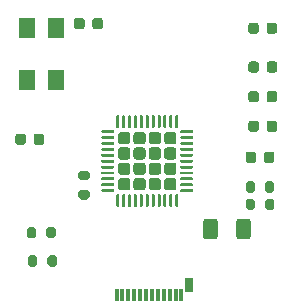
<source format=gbr>
%TF.GenerationSoftware,KiCad,Pcbnew,5.99.0+really5.1.10+dfsg1-1+b1*%
%TF.CreationDate,2021-10-07T11:27:31-07:00*%
%TF.ProjectId,roPlug,726f506c-7567-42e6-9b69-6361645f7063,rev?*%
%TF.SameCoordinates,Original*%
%TF.FileFunction,Paste,Top*%
%TF.FilePolarity,Positive*%
%FSLAX46Y46*%
G04 Gerber Fmt 4.6, Leading zero omitted, Abs format (unit mm)*
G04 Created by KiCad (PCBNEW 5.99.0+really5.1.10+dfsg1-1+b1) date 2021-10-07 11:27:31*
%MOMM*%
%LPD*%
G01*
G04 APERTURE LIST*
%ADD10R,0.700000X1.150000*%
%ADD11R,0.380000X1.000000*%
%ADD12R,1.400000X1.800000*%
G04 APERTURE END LIST*
D10*
%TO.C,P1*%
X115920000Y-74120000D03*
D11*
X109750000Y-74960000D03*
X110250000Y-74960000D03*
X110750000Y-74960000D03*
X111250000Y-74960000D03*
X111750000Y-74960000D03*
X112250000Y-74960000D03*
X112750000Y-74960000D03*
X113250000Y-74960000D03*
X113750000Y-74960000D03*
X114250000Y-74960000D03*
X114750000Y-74960000D03*
X115250000Y-74960000D03*
%TD*%
%TO.C,U1*%
G36*
G01*
X110925000Y-61424999D02*
X110925000Y-61975001D01*
G75*
G02*
X110675001Y-62225000I-249999J0D01*
G01*
X110124999Y-62225000D01*
G75*
G02*
X109875000Y-61975001I0J249999D01*
G01*
X109875000Y-61424999D01*
G75*
G02*
X110124999Y-61175000I249999J0D01*
G01*
X110675001Y-61175000D01*
G75*
G02*
X110925000Y-61424999I0J-249999D01*
G01*
G37*
G36*
G01*
X110925000Y-62724999D02*
X110925000Y-63275001D01*
G75*
G02*
X110675001Y-63525000I-249999J0D01*
G01*
X110124999Y-63525000D01*
G75*
G02*
X109875000Y-63275001I0J249999D01*
G01*
X109875000Y-62724999D01*
G75*
G02*
X110124999Y-62475000I249999J0D01*
G01*
X110675001Y-62475000D01*
G75*
G02*
X110925000Y-62724999I0J-249999D01*
G01*
G37*
G36*
G01*
X110925000Y-64024999D02*
X110925000Y-64575001D01*
G75*
G02*
X110675001Y-64825000I-249999J0D01*
G01*
X110124999Y-64825000D01*
G75*
G02*
X109875000Y-64575001I0J249999D01*
G01*
X109875000Y-64024999D01*
G75*
G02*
X110124999Y-63775000I249999J0D01*
G01*
X110675001Y-63775000D01*
G75*
G02*
X110925000Y-64024999I0J-249999D01*
G01*
G37*
G36*
G01*
X110925000Y-65324999D02*
X110925000Y-65875001D01*
G75*
G02*
X110675001Y-66125000I-249999J0D01*
G01*
X110124999Y-66125000D01*
G75*
G02*
X109875000Y-65875001I0J249999D01*
G01*
X109875000Y-65324999D01*
G75*
G02*
X110124999Y-65075000I249999J0D01*
G01*
X110675001Y-65075000D01*
G75*
G02*
X110925000Y-65324999I0J-249999D01*
G01*
G37*
G36*
G01*
X112225000Y-61424999D02*
X112225000Y-61975001D01*
G75*
G02*
X111975001Y-62225000I-249999J0D01*
G01*
X111424999Y-62225000D01*
G75*
G02*
X111175000Y-61975001I0J249999D01*
G01*
X111175000Y-61424999D01*
G75*
G02*
X111424999Y-61175000I249999J0D01*
G01*
X111975001Y-61175000D01*
G75*
G02*
X112225000Y-61424999I0J-249999D01*
G01*
G37*
G36*
G01*
X112225000Y-62724999D02*
X112225000Y-63275001D01*
G75*
G02*
X111975001Y-63525000I-249999J0D01*
G01*
X111424999Y-63525000D01*
G75*
G02*
X111175000Y-63275001I0J249999D01*
G01*
X111175000Y-62724999D01*
G75*
G02*
X111424999Y-62475000I249999J0D01*
G01*
X111975001Y-62475000D01*
G75*
G02*
X112225000Y-62724999I0J-249999D01*
G01*
G37*
G36*
G01*
X112225000Y-64024999D02*
X112225000Y-64575001D01*
G75*
G02*
X111975001Y-64825000I-249999J0D01*
G01*
X111424999Y-64825000D01*
G75*
G02*
X111175000Y-64575001I0J249999D01*
G01*
X111175000Y-64024999D01*
G75*
G02*
X111424999Y-63775000I249999J0D01*
G01*
X111975001Y-63775000D01*
G75*
G02*
X112225000Y-64024999I0J-249999D01*
G01*
G37*
G36*
G01*
X112225000Y-65324999D02*
X112225000Y-65875001D01*
G75*
G02*
X111975001Y-66125000I-249999J0D01*
G01*
X111424999Y-66125000D01*
G75*
G02*
X111175000Y-65875001I0J249999D01*
G01*
X111175000Y-65324999D01*
G75*
G02*
X111424999Y-65075000I249999J0D01*
G01*
X111975001Y-65075000D01*
G75*
G02*
X112225000Y-65324999I0J-249999D01*
G01*
G37*
G36*
G01*
X113525000Y-61424999D02*
X113525000Y-61975001D01*
G75*
G02*
X113275001Y-62225000I-249999J0D01*
G01*
X112724999Y-62225000D01*
G75*
G02*
X112475000Y-61975001I0J249999D01*
G01*
X112475000Y-61424999D01*
G75*
G02*
X112724999Y-61175000I249999J0D01*
G01*
X113275001Y-61175000D01*
G75*
G02*
X113525000Y-61424999I0J-249999D01*
G01*
G37*
G36*
G01*
X113525000Y-62724999D02*
X113525000Y-63275001D01*
G75*
G02*
X113275001Y-63525000I-249999J0D01*
G01*
X112724999Y-63525000D01*
G75*
G02*
X112475000Y-63275001I0J249999D01*
G01*
X112475000Y-62724999D01*
G75*
G02*
X112724999Y-62475000I249999J0D01*
G01*
X113275001Y-62475000D01*
G75*
G02*
X113525000Y-62724999I0J-249999D01*
G01*
G37*
G36*
G01*
X113525000Y-64024999D02*
X113525000Y-64575001D01*
G75*
G02*
X113275001Y-64825000I-249999J0D01*
G01*
X112724999Y-64825000D01*
G75*
G02*
X112475000Y-64575001I0J249999D01*
G01*
X112475000Y-64024999D01*
G75*
G02*
X112724999Y-63775000I249999J0D01*
G01*
X113275001Y-63775000D01*
G75*
G02*
X113525000Y-64024999I0J-249999D01*
G01*
G37*
G36*
G01*
X113525000Y-65324999D02*
X113525000Y-65875001D01*
G75*
G02*
X113275001Y-66125000I-249999J0D01*
G01*
X112724999Y-66125000D01*
G75*
G02*
X112475000Y-65875001I0J249999D01*
G01*
X112475000Y-65324999D01*
G75*
G02*
X112724999Y-65075000I249999J0D01*
G01*
X113275001Y-65075000D01*
G75*
G02*
X113525000Y-65324999I0J-249999D01*
G01*
G37*
G36*
G01*
X114825000Y-61424999D02*
X114825000Y-61975001D01*
G75*
G02*
X114575001Y-62225000I-249999J0D01*
G01*
X114024999Y-62225000D01*
G75*
G02*
X113775000Y-61975001I0J249999D01*
G01*
X113775000Y-61424999D01*
G75*
G02*
X114024999Y-61175000I249999J0D01*
G01*
X114575001Y-61175000D01*
G75*
G02*
X114825000Y-61424999I0J-249999D01*
G01*
G37*
G36*
G01*
X114825000Y-62724999D02*
X114825000Y-63275001D01*
G75*
G02*
X114575001Y-63525000I-249999J0D01*
G01*
X114024999Y-63525000D01*
G75*
G02*
X113775000Y-63275001I0J249999D01*
G01*
X113775000Y-62724999D01*
G75*
G02*
X114024999Y-62475000I249999J0D01*
G01*
X114575001Y-62475000D01*
G75*
G02*
X114825000Y-62724999I0J-249999D01*
G01*
G37*
G36*
G01*
X114825000Y-64024999D02*
X114825000Y-64575001D01*
G75*
G02*
X114575001Y-64825000I-249999J0D01*
G01*
X114024999Y-64825000D01*
G75*
G02*
X113775000Y-64575001I0J249999D01*
G01*
X113775000Y-64024999D01*
G75*
G02*
X114024999Y-63775000I249999J0D01*
G01*
X114575001Y-63775000D01*
G75*
G02*
X114825000Y-64024999I0J-249999D01*
G01*
G37*
G36*
G01*
X114825000Y-65324999D02*
X114825000Y-65875001D01*
G75*
G02*
X114575001Y-66125000I-249999J0D01*
G01*
X114024999Y-66125000D01*
G75*
G02*
X113775000Y-65875001I0J249999D01*
G01*
X113775000Y-65324999D01*
G75*
G02*
X114024999Y-65075000I249999J0D01*
G01*
X114575001Y-65075000D01*
G75*
G02*
X114825000Y-65324999I0J-249999D01*
G01*
G37*
G36*
G01*
X114975000Y-66512500D02*
X114975000Y-67462500D01*
G75*
G02*
X114912500Y-67525000I-62500J0D01*
G01*
X114787500Y-67525000D01*
G75*
G02*
X114725000Y-67462500I0J62500D01*
G01*
X114725000Y-66512500D01*
G75*
G02*
X114787500Y-66450000I62500J0D01*
G01*
X114912500Y-66450000D01*
G75*
G02*
X114975000Y-66512500I0J-62500D01*
G01*
G37*
G36*
G01*
X114475000Y-66512500D02*
X114475000Y-67462500D01*
G75*
G02*
X114412500Y-67525000I-62500J0D01*
G01*
X114287500Y-67525000D01*
G75*
G02*
X114225000Y-67462500I0J62500D01*
G01*
X114225000Y-66512500D01*
G75*
G02*
X114287500Y-66450000I62500J0D01*
G01*
X114412500Y-66450000D01*
G75*
G02*
X114475000Y-66512500I0J-62500D01*
G01*
G37*
G36*
G01*
X113975000Y-66512500D02*
X113975000Y-67462500D01*
G75*
G02*
X113912500Y-67525000I-62500J0D01*
G01*
X113787500Y-67525000D01*
G75*
G02*
X113725000Y-67462500I0J62500D01*
G01*
X113725000Y-66512500D01*
G75*
G02*
X113787500Y-66450000I62500J0D01*
G01*
X113912500Y-66450000D01*
G75*
G02*
X113975000Y-66512500I0J-62500D01*
G01*
G37*
G36*
G01*
X113475000Y-66512500D02*
X113475000Y-67462500D01*
G75*
G02*
X113412500Y-67525000I-62500J0D01*
G01*
X113287500Y-67525000D01*
G75*
G02*
X113225000Y-67462500I0J62500D01*
G01*
X113225000Y-66512500D01*
G75*
G02*
X113287500Y-66450000I62500J0D01*
G01*
X113412500Y-66450000D01*
G75*
G02*
X113475000Y-66512500I0J-62500D01*
G01*
G37*
G36*
G01*
X112975000Y-66512500D02*
X112975000Y-67462500D01*
G75*
G02*
X112912500Y-67525000I-62500J0D01*
G01*
X112787500Y-67525000D01*
G75*
G02*
X112725000Y-67462500I0J62500D01*
G01*
X112725000Y-66512500D01*
G75*
G02*
X112787500Y-66450000I62500J0D01*
G01*
X112912500Y-66450000D01*
G75*
G02*
X112975000Y-66512500I0J-62500D01*
G01*
G37*
G36*
G01*
X112475000Y-66512500D02*
X112475000Y-67462500D01*
G75*
G02*
X112412500Y-67525000I-62500J0D01*
G01*
X112287500Y-67525000D01*
G75*
G02*
X112225000Y-67462500I0J62500D01*
G01*
X112225000Y-66512500D01*
G75*
G02*
X112287500Y-66450000I62500J0D01*
G01*
X112412500Y-66450000D01*
G75*
G02*
X112475000Y-66512500I0J-62500D01*
G01*
G37*
G36*
G01*
X111975000Y-66512500D02*
X111975000Y-67462500D01*
G75*
G02*
X111912500Y-67525000I-62500J0D01*
G01*
X111787500Y-67525000D01*
G75*
G02*
X111725000Y-67462500I0J62500D01*
G01*
X111725000Y-66512500D01*
G75*
G02*
X111787500Y-66450000I62500J0D01*
G01*
X111912500Y-66450000D01*
G75*
G02*
X111975000Y-66512500I0J-62500D01*
G01*
G37*
G36*
G01*
X111475000Y-66512500D02*
X111475000Y-67462500D01*
G75*
G02*
X111412500Y-67525000I-62500J0D01*
G01*
X111287500Y-67525000D01*
G75*
G02*
X111225000Y-67462500I0J62500D01*
G01*
X111225000Y-66512500D01*
G75*
G02*
X111287500Y-66450000I62500J0D01*
G01*
X111412500Y-66450000D01*
G75*
G02*
X111475000Y-66512500I0J-62500D01*
G01*
G37*
G36*
G01*
X110975000Y-66512500D02*
X110975000Y-67462500D01*
G75*
G02*
X110912500Y-67525000I-62500J0D01*
G01*
X110787500Y-67525000D01*
G75*
G02*
X110725000Y-67462500I0J62500D01*
G01*
X110725000Y-66512500D01*
G75*
G02*
X110787500Y-66450000I62500J0D01*
G01*
X110912500Y-66450000D01*
G75*
G02*
X110975000Y-66512500I0J-62500D01*
G01*
G37*
G36*
G01*
X110475000Y-66512500D02*
X110475000Y-67462500D01*
G75*
G02*
X110412500Y-67525000I-62500J0D01*
G01*
X110287500Y-67525000D01*
G75*
G02*
X110225000Y-67462500I0J62500D01*
G01*
X110225000Y-66512500D01*
G75*
G02*
X110287500Y-66450000I62500J0D01*
G01*
X110412500Y-66450000D01*
G75*
G02*
X110475000Y-66512500I0J-62500D01*
G01*
G37*
G36*
G01*
X109975000Y-66512500D02*
X109975000Y-67462500D01*
G75*
G02*
X109912500Y-67525000I-62500J0D01*
G01*
X109787500Y-67525000D01*
G75*
G02*
X109725000Y-67462500I0J62500D01*
G01*
X109725000Y-66512500D01*
G75*
G02*
X109787500Y-66450000I62500J0D01*
G01*
X109912500Y-66450000D01*
G75*
G02*
X109975000Y-66512500I0J-62500D01*
G01*
G37*
G36*
G01*
X109550000Y-66087500D02*
X109550000Y-66212500D01*
G75*
G02*
X109487500Y-66275000I-62500J0D01*
G01*
X108537500Y-66275000D01*
G75*
G02*
X108475000Y-66212500I0J62500D01*
G01*
X108475000Y-66087500D01*
G75*
G02*
X108537500Y-66025000I62500J0D01*
G01*
X109487500Y-66025000D01*
G75*
G02*
X109550000Y-66087500I0J-62500D01*
G01*
G37*
G36*
G01*
X109550000Y-65587500D02*
X109550000Y-65712500D01*
G75*
G02*
X109487500Y-65775000I-62500J0D01*
G01*
X108537500Y-65775000D01*
G75*
G02*
X108475000Y-65712500I0J62500D01*
G01*
X108475000Y-65587500D01*
G75*
G02*
X108537500Y-65525000I62500J0D01*
G01*
X109487500Y-65525000D01*
G75*
G02*
X109550000Y-65587500I0J-62500D01*
G01*
G37*
G36*
G01*
X109550000Y-65087500D02*
X109550000Y-65212500D01*
G75*
G02*
X109487500Y-65275000I-62500J0D01*
G01*
X108537500Y-65275000D01*
G75*
G02*
X108475000Y-65212500I0J62500D01*
G01*
X108475000Y-65087500D01*
G75*
G02*
X108537500Y-65025000I62500J0D01*
G01*
X109487500Y-65025000D01*
G75*
G02*
X109550000Y-65087500I0J-62500D01*
G01*
G37*
G36*
G01*
X109550000Y-64587500D02*
X109550000Y-64712500D01*
G75*
G02*
X109487500Y-64775000I-62500J0D01*
G01*
X108537500Y-64775000D01*
G75*
G02*
X108475000Y-64712500I0J62500D01*
G01*
X108475000Y-64587500D01*
G75*
G02*
X108537500Y-64525000I62500J0D01*
G01*
X109487500Y-64525000D01*
G75*
G02*
X109550000Y-64587500I0J-62500D01*
G01*
G37*
G36*
G01*
X109550000Y-64087500D02*
X109550000Y-64212500D01*
G75*
G02*
X109487500Y-64275000I-62500J0D01*
G01*
X108537500Y-64275000D01*
G75*
G02*
X108475000Y-64212500I0J62500D01*
G01*
X108475000Y-64087500D01*
G75*
G02*
X108537500Y-64025000I62500J0D01*
G01*
X109487500Y-64025000D01*
G75*
G02*
X109550000Y-64087500I0J-62500D01*
G01*
G37*
G36*
G01*
X109550000Y-63587500D02*
X109550000Y-63712500D01*
G75*
G02*
X109487500Y-63775000I-62500J0D01*
G01*
X108537500Y-63775000D01*
G75*
G02*
X108475000Y-63712500I0J62500D01*
G01*
X108475000Y-63587500D01*
G75*
G02*
X108537500Y-63525000I62500J0D01*
G01*
X109487500Y-63525000D01*
G75*
G02*
X109550000Y-63587500I0J-62500D01*
G01*
G37*
G36*
G01*
X109550000Y-63087500D02*
X109550000Y-63212500D01*
G75*
G02*
X109487500Y-63275000I-62500J0D01*
G01*
X108537500Y-63275000D01*
G75*
G02*
X108475000Y-63212500I0J62500D01*
G01*
X108475000Y-63087500D01*
G75*
G02*
X108537500Y-63025000I62500J0D01*
G01*
X109487500Y-63025000D01*
G75*
G02*
X109550000Y-63087500I0J-62500D01*
G01*
G37*
G36*
G01*
X109550000Y-62587500D02*
X109550000Y-62712500D01*
G75*
G02*
X109487500Y-62775000I-62500J0D01*
G01*
X108537500Y-62775000D01*
G75*
G02*
X108475000Y-62712500I0J62500D01*
G01*
X108475000Y-62587500D01*
G75*
G02*
X108537500Y-62525000I62500J0D01*
G01*
X109487500Y-62525000D01*
G75*
G02*
X109550000Y-62587500I0J-62500D01*
G01*
G37*
G36*
G01*
X109550000Y-62087500D02*
X109550000Y-62212500D01*
G75*
G02*
X109487500Y-62275000I-62500J0D01*
G01*
X108537500Y-62275000D01*
G75*
G02*
X108475000Y-62212500I0J62500D01*
G01*
X108475000Y-62087500D01*
G75*
G02*
X108537500Y-62025000I62500J0D01*
G01*
X109487500Y-62025000D01*
G75*
G02*
X109550000Y-62087500I0J-62500D01*
G01*
G37*
G36*
G01*
X109550000Y-61587500D02*
X109550000Y-61712500D01*
G75*
G02*
X109487500Y-61775000I-62500J0D01*
G01*
X108537500Y-61775000D01*
G75*
G02*
X108475000Y-61712500I0J62500D01*
G01*
X108475000Y-61587500D01*
G75*
G02*
X108537500Y-61525000I62500J0D01*
G01*
X109487500Y-61525000D01*
G75*
G02*
X109550000Y-61587500I0J-62500D01*
G01*
G37*
G36*
G01*
X109550000Y-61087500D02*
X109550000Y-61212500D01*
G75*
G02*
X109487500Y-61275000I-62500J0D01*
G01*
X108537500Y-61275000D01*
G75*
G02*
X108475000Y-61212500I0J62500D01*
G01*
X108475000Y-61087500D01*
G75*
G02*
X108537500Y-61025000I62500J0D01*
G01*
X109487500Y-61025000D01*
G75*
G02*
X109550000Y-61087500I0J-62500D01*
G01*
G37*
G36*
G01*
X109975000Y-59837500D02*
X109975000Y-60787500D01*
G75*
G02*
X109912500Y-60850000I-62500J0D01*
G01*
X109787500Y-60850000D01*
G75*
G02*
X109725000Y-60787500I0J62500D01*
G01*
X109725000Y-59837500D01*
G75*
G02*
X109787500Y-59775000I62500J0D01*
G01*
X109912500Y-59775000D01*
G75*
G02*
X109975000Y-59837500I0J-62500D01*
G01*
G37*
G36*
G01*
X110475000Y-59837500D02*
X110475000Y-60787500D01*
G75*
G02*
X110412500Y-60850000I-62500J0D01*
G01*
X110287500Y-60850000D01*
G75*
G02*
X110225000Y-60787500I0J62500D01*
G01*
X110225000Y-59837500D01*
G75*
G02*
X110287500Y-59775000I62500J0D01*
G01*
X110412500Y-59775000D01*
G75*
G02*
X110475000Y-59837500I0J-62500D01*
G01*
G37*
G36*
G01*
X110975000Y-59837500D02*
X110975000Y-60787500D01*
G75*
G02*
X110912500Y-60850000I-62500J0D01*
G01*
X110787500Y-60850000D01*
G75*
G02*
X110725000Y-60787500I0J62500D01*
G01*
X110725000Y-59837500D01*
G75*
G02*
X110787500Y-59775000I62500J0D01*
G01*
X110912500Y-59775000D01*
G75*
G02*
X110975000Y-59837500I0J-62500D01*
G01*
G37*
G36*
G01*
X111475000Y-59837500D02*
X111475000Y-60787500D01*
G75*
G02*
X111412500Y-60850000I-62500J0D01*
G01*
X111287500Y-60850000D01*
G75*
G02*
X111225000Y-60787500I0J62500D01*
G01*
X111225000Y-59837500D01*
G75*
G02*
X111287500Y-59775000I62500J0D01*
G01*
X111412500Y-59775000D01*
G75*
G02*
X111475000Y-59837500I0J-62500D01*
G01*
G37*
G36*
G01*
X111975000Y-59837500D02*
X111975000Y-60787500D01*
G75*
G02*
X111912500Y-60850000I-62500J0D01*
G01*
X111787500Y-60850000D01*
G75*
G02*
X111725000Y-60787500I0J62500D01*
G01*
X111725000Y-59837500D01*
G75*
G02*
X111787500Y-59775000I62500J0D01*
G01*
X111912500Y-59775000D01*
G75*
G02*
X111975000Y-59837500I0J-62500D01*
G01*
G37*
G36*
G01*
X112475000Y-59837500D02*
X112475000Y-60787500D01*
G75*
G02*
X112412500Y-60850000I-62500J0D01*
G01*
X112287500Y-60850000D01*
G75*
G02*
X112225000Y-60787500I0J62500D01*
G01*
X112225000Y-59837500D01*
G75*
G02*
X112287500Y-59775000I62500J0D01*
G01*
X112412500Y-59775000D01*
G75*
G02*
X112475000Y-59837500I0J-62500D01*
G01*
G37*
G36*
G01*
X112975000Y-59837500D02*
X112975000Y-60787500D01*
G75*
G02*
X112912500Y-60850000I-62500J0D01*
G01*
X112787500Y-60850000D01*
G75*
G02*
X112725000Y-60787500I0J62500D01*
G01*
X112725000Y-59837500D01*
G75*
G02*
X112787500Y-59775000I62500J0D01*
G01*
X112912500Y-59775000D01*
G75*
G02*
X112975000Y-59837500I0J-62500D01*
G01*
G37*
G36*
G01*
X113475000Y-59837500D02*
X113475000Y-60787500D01*
G75*
G02*
X113412500Y-60850000I-62500J0D01*
G01*
X113287500Y-60850000D01*
G75*
G02*
X113225000Y-60787500I0J62500D01*
G01*
X113225000Y-59837500D01*
G75*
G02*
X113287500Y-59775000I62500J0D01*
G01*
X113412500Y-59775000D01*
G75*
G02*
X113475000Y-59837500I0J-62500D01*
G01*
G37*
G36*
G01*
X113975000Y-59837500D02*
X113975000Y-60787500D01*
G75*
G02*
X113912500Y-60850000I-62500J0D01*
G01*
X113787500Y-60850000D01*
G75*
G02*
X113725000Y-60787500I0J62500D01*
G01*
X113725000Y-59837500D01*
G75*
G02*
X113787500Y-59775000I62500J0D01*
G01*
X113912500Y-59775000D01*
G75*
G02*
X113975000Y-59837500I0J-62500D01*
G01*
G37*
G36*
G01*
X114475000Y-59837500D02*
X114475000Y-60787500D01*
G75*
G02*
X114412500Y-60850000I-62500J0D01*
G01*
X114287500Y-60850000D01*
G75*
G02*
X114225000Y-60787500I0J62500D01*
G01*
X114225000Y-59837500D01*
G75*
G02*
X114287500Y-59775000I62500J0D01*
G01*
X114412500Y-59775000D01*
G75*
G02*
X114475000Y-59837500I0J-62500D01*
G01*
G37*
G36*
G01*
X114975000Y-59837500D02*
X114975000Y-60787500D01*
G75*
G02*
X114912500Y-60850000I-62500J0D01*
G01*
X114787500Y-60850000D01*
G75*
G02*
X114725000Y-60787500I0J62500D01*
G01*
X114725000Y-59837500D01*
G75*
G02*
X114787500Y-59775000I62500J0D01*
G01*
X114912500Y-59775000D01*
G75*
G02*
X114975000Y-59837500I0J-62500D01*
G01*
G37*
G36*
G01*
X116225000Y-61087500D02*
X116225000Y-61212500D01*
G75*
G02*
X116162500Y-61275000I-62500J0D01*
G01*
X115212500Y-61275000D01*
G75*
G02*
X115150000Y-61212500I0J62500D01*
G01*
X115150000Y-61087500D01*
G75*
G02*
X115212500Y-61025000I62500J0D01*
G01*
X116162500Y-61025000D01*
G75*
G02*
X116225000Y-61087500I0J-62500D01*
G01*
G37*
G36*
G01*
X116225000Y-61587500D02*
X116225000Y-61712500D01*
G75*
G02*
X116162500Y-61775000I-62500J0D01*
G01*
X115212500Y-61775000D01*
G75*
G02*
X115150000Y-61712500I0J62500D01*
G01*
X115150000Y-61587500D01*
G75*
G02*
X115212500Y-61525000I62500J0D01*
G01*
X116162500Y-61525000D01*
G75*
G02*
X116225000Y-61587500I0J-62500D01*
G01*
G37*
G36*
G01*
X116225000Y-62087500D02*
X116225000Y-62212500D01*
G75*
G02*
X116162500Y-62275000I-62500J0D01*
G01*
X115212500Y-62275000D01*
G75*
G02*
X115150000Y-62212500I0J62500D01*
G01*
X115150000Y-62087500D01*
G75*
G02*
X115212500Y-62025000I62500J0D01*
G01*
X116162500Y-62025000D01*
G75*
G02*
X116225000Y-62087500I0J-62500D01*
G01*
G37*
G36*
G01*
X116225000Y-62587500D02*
X116225000Y-62712500D01*
G75*
G02*
X116162500Y-62775000I-62500J0D01*
G01*
X115212500Y-62775000D01*
G75*
G02*
X115150000Y-62712500I0J62500D01*
G01*
X115150000Y-62587500D01*
G75*
G02*
X115212500Y-62525000I62500J0D01*
G01*
X116162500Y-62525000D01*
G75*
G02*
X116225000Y-62587500I0J-62500D01*
G01*
G37*
G36*
G01*
X116225000Y-63087500D02*
X116225000Y-63212500D01*
G75*
G02*
X116162500Y-63275000I-62500J0D01*
G01*
X115212500Y-63275000D01*
G75*
G02*
X115150000Y-63212500I0J62500D01*
G01*
X115150000Y-63087500D01*
G75*
G02*
X115212500Y-63025000I62500J0D01*
G01*
X116162500Y-63025000D01*
G75*
G02*
X116225000Y-63087500I0J-62500D01*
G01*
G37*
G36*
G01*
X116225000Y-63587500D02*
X116225000Y-63712500D01*
G75*
G02*
X116162500Y-63775000I-62500J0D01*
G01*
X115212500Y-63775000D01*
G75*
G02*
X115150000Y-63712500I0J62500D01*
G01*
X115150000Y-63587500D01*
G75*
G02*
X115212500Y-63525000I62500J0D01*
G01*
X116162500Y-63525000D01*
G75*
G02*
X116225000Y-63587500I0J-62500D01*
G01*
G37*
G36*
G01*
X116225000Y-64087500D02*
X116225000Y-64212500D01*
G75*
G02*
X116162500Y-64275000I-62500J0D01*
G01*
X115212500Y-64275000D01*
G75*
G02*
X115150000Y-64212500I0J62500D01*
G01*
X115150000Y-64087500D01*
G75*
G02*
X115212500Y-64025000I62500J0D01*
G01*
X116162500Y-64025000D01*
G75*
G02*
X116225000Y-64087500I0J-62500D01*
G01*
G37*
G36*
G01*
X116225000Y-64587500D02*
X116225000Y-64712500D01*
G75*
G02*
X116162500Y-64775000I-62500J0D01*
G01*
X115212500Y-64775000D01*
G75*
G02*
X115150000Y-64712500I0J62500D01*
G01*
X115150000Y-64587500D01*
G75*
G02*
X115212500Y-64525000I62500J0D01*
G01*
X116162500Y-64525000D01*
G75*
G02*
X116225000Y-64587500I0J-62500D01*
G01*
G37*
G36*
G01*
X116225000Y-65087500D02*
X116225000Y-65212500D01*
G75*
G02*
X116162500Y-65275000I-62500J0D01*
G01*
X115212500Y-65275000D01*
G75*
G02*
X115150000Y-65212500I0J62500D01*
G01*
X115150000Y-65087500D01*
G75*
G02*
X115212500Y-65025000I62500J0D01*
G01*
X116162500Y-65025000D01*
G75*
G02*
X116225000Y-65087500I0J-62500D01*
G01*
G37*
G36*
G01*
X116225000Y-65587500D02*
X116225000Y-65712500D01*
G75*
G02*
X116162500Y-65775000I-62500J0D01*
G01*
X115212500Y-65775000D01*
G75*
G02*
X115150000Y-65712500I0J62500D01*
G01*
X115150000Y-65587500D01*
G75*
G02*
X115212500Y-65525000I62500J0D01*
G01*
X116162500Y-65525000D01*
G75*
G02*
X116225000Y-65587500I0J-62500D01*
G01*
G37*
G36*
G01*
X116225000Y-66087500D02*
X116225000Y-66212500D01*
G75*
G02*
X116162500Y-66275000I-62500J0D01*
G01*
X115212500Y-66275000D01*
G75*
G02*
X115150000Y-66212500I0J62500D01*
G01*
X115150000Y-66087500D01*
G75*
G02*
X115212500Y-66025000I62500J0D01*
G01*
X116162500Y-66025000D01*
G75*
G02*
X116225000Y-66087500I0J-62500D01*
G01*
G37*
%TD*%
D12*
%TO.C,Y1*%
X102200000Y-56800000D03*
X102200000Y-52400000D03*
X104600000Y-52400000D03*
X104600000Y-56800000D03*
%TD*%
%TO.C,R5*%
G36*
G01*
X103800000Y-69975000D02*
X103800000Y-69425000D01*
G75*
G02*
X104000000Y-69225000I200000J0D01*
G01*
X104400000Y-69225000D01*
G75*
G02*
X104600000Y-69425000I0J-200000D01*
G01*
X104600000Y-69975000D01*
G75*
G02*
X104400000Y-70175000I-200000J0D01*
G01*
X104000000Y-70175000D01*
G75*
G02*
X103800000Y-69975000I0J200000D01*
G01*
G37*
G36*
G01*
X102150000Y-69975000D02*
X102150000Y-69425000D01*
G75*
G02*
X102350000Y-69225000I200000J0D01*
G01*
X102750000Y-69225000D01*
G75*
G02*
X102950000Y-69425000I0J-200000D01*
G01*
X102950000Y-69975000D01*
G75*
G02*
X102750000Y-70175000I-200000J0D01*
G01*
X102350000Y-70175000D01*
G75*
G02*
X102150000Y-69975000I0J200000D01*
G01*
G37*
%TD*%
%TO.C,R4*%
G36*
G01*
X103900000Y-72375000D02*
X103900000Y-71825000D01*
G75*
G02*
X104100000Y-71625000I200000J0D01*
G01*
X104500000Y-71625000D01*
G75*
G02*
X104700000Y-71825000I0J-200000D01*
G01*
X104700000Y-72375000D01*
G75*
G02*
X104500000Y-72575000I-200000J0D01*
G01*
X104100000Y-72575000D01*
G75*
G02*
X103900000Y-72375000I0J200000D01*
G01*
G37*
G36*
G01*
X102250000Y-72375000D02*
X102250000Y-71825000D01*
G75*
G02*
X102450000Y-71625000I200000J0D01*
G01*
X102850000Y-71625000D01*
G75*
G02*
X103050000Y-71825000I0J-200000D01*
G01*
X103050000Y-72375000D01*
G75*
G02*
X102850000Y-72575000I-200000J0D01*
G01*
X102450000Y-72575000D01*
G75*
G02*
X102250000Y-72375000I0J200000D01*
G01*
G37*
%TD*%
%TO.C,R3*%
G36*
G01*
X106725000Y-66100000D02*
X107275000Y-66100000D01*
G75*
G02*
X107475000Y-66300000I0J-200000D01*
G01*
X107475000Y-66700000D01*
G75*
G02*
X107275000Y-66900000I-200000J0D01*
G01*
X106725000Y-66900000D01*
G75*
G02*
X106525000Y-66700000I0J200000D01*
G01*
X106525000Y-66300000D01*
G75*
G02*
X106725000Y-66100000I200000J0D01*
G01*
G37*
G36*
G01*
X106725000Y-64450000D02*
X107275000Y-64450000D01*
G75*
G02*
X107475000Y-64650000I0J-200000D01*
G01*
X107475000Y-65050000D01*
G75*
G02*
X107275000Y-65250000I-200000J0D01*
G01*
X106725000Y-65250000D01*
G75*
G02*
X106525000Y-65050000I0J200000D01*
G01*
X106525000Y-64650000D01*
G75*
G02*
X106725000Y-64450000I200000J0D01*
G01*
G37*
%TD*%
%TO.C,R2*%
G36*
G01*
X122325000Y-67575000D02*
X122325000Y-67025000D01*
G75*
G02*
X122525000Y-66825000I200000J0D01*
G01*
X122925000Y-66825000D01*
G75*
G02*
X123125000Y-67025000I0J-200000D01*
G01*
X123125000Y-67575000D01*
G75*
G02*
X122925000Y-67775000I-200000J0D01*
G01*
X122525000Y-67775000D01*
G75*
G02*
X122325000Y-67575000I0J200000D01*
G01*
G37*
G36*
G01*
X120675000Y-67575000D02*
X120675000Y-67025000D01*
G75*
G02*
X120875000Y-66825000I200000J0D01*
G01*
X121275000Y-66825000D01*
G75*
G02*
X121475000Y-67025000I0J-200000D01*
G01*
X121475000Y-67575000D01*
G75*
G02*
X121275000Y-67775000I-200000J0D01*
G01*
X120875000Y-67775000D01*
G75*
G02*
X120675000Y-67575000I0J200000D01*
G01*
G37*
%TD*%
%TO.C,R1*%
G36*
G01*
X122325000Y-66115000D02*
X122325000Y-65565000D01*
G75*
G02*
X122525000Y-65365000I200000J0D01*
G01*
X122925000Y-65365000D01*
G75*
G02*
X123125000Y-65565000I0J-200000D01*
G01*
X123125000Y-66115000D01*
G75*
G02*
X122925000Y-66315000I-200000J0D01*
G01*
X122525000Y-66315000D01*
G75*
G02*
X122325000Y-66115000I0J200000D01*
G01*
G37*
G36*
G01*
X120675000Y-66115000D02*
X120675000Y-65565000D01*
G75*
G02*
X120875000Y-65365000I200000J0D01*
G01*
X121275000Y-65365000D01*
G75*
G02*
X121475000Y-65565000I0J-200000D01*
G01*
X121475000Y-66115000D01*
G75*
G02*
X121275000Y-66315000I-200000J0D01*
G01*
X120875000Y-66315000D01*
G75*
G02*
X120675000Y-66115000I0J200000D01*
G01*
G37*
%TD*%
%TO.C,F1*%
G36*
G01*
X119875000Y-70025000D02*
X119875000Y-68775000D01*
G75*
G02*
X120125000Y-68525000I250000J0D01*
G01*
X120875000Y-68525000D01*
G75*
G02*
X121125000Y-68775000I0J-250000D01*
G01*
X121125000Y-70025000D01*
G75*
G02*
X120875000Y-70275000I-250000J0D01*
G01*
X120125000Y-70275000D01*
G75*
G02*
X119875000Y-70025000I0J250000D01*
G01*
G37*
G36*
G01*
X117075000Y-70025000D02*
X117075000Y-68775000D01*
G75*
G02*
X117325000Y-68525000I250000J0D01*
G01*
X118075000Y-68525000D01*
G75*
G02*
X118325000Y-68775000I0J-250000D01*
G01*
X118325000Y-70025000D01*
G75*
G02*
X118075000Y-70275000I-250000J0D01*
G01*
X117325000Y-70275000D01*
G75*
G02*
X117075000Y-70025000I0J250000D01*
G01*
G37*
%TD*%
%TO.C,C7*%
G36*
G01*
X122455000Y-60950000D02*
X122455000Y-60450000D01*
G75*
G02*
X122680000Y-60225000I225000J0D01*
G01*
X123130000Y-60225000D01*
G75*
G02*
X123355000Y-60450000I0J-225000D01*
G01*
X123355000Y-60950000D01*
G75*
G02*
X123130000Y-61175000I-225000J0D01*
G01*
X122680000Y-61175000D01*
G75*
G02*
X122455000Y-60950000I0J225000D01*
G01*
G37*
G36*
G01*
X120905000Y-60950000D02*
X120905000Y-60450000D01*
G75*
G02*
X121130000Y-60225000I225000J0D01*
G01*
X121580000Y-60225000D01*
G75*
G02*
X121805000Y-60450000I0J-225000D01*
G01*
X121805000Y-60950000D01*
G75*
G02*
X121580000Y-61175000I-225000J0D01*
G01*
X121130000Y-61175000D01*
G75*
G02*
X120905000Y-60950000I0J225000D01*
G01*
G37*
%TD*%
%TO.C,C6*%
G36*
G01*
X122225000Y-63580000D02*
X122225000Y-63080000D01*
G75*
G02*
X122450000Y-62855000I225000J0D01*
G01*
X122900000Y-62855000D01*
G75*
G02*
X123125000Y-63080000I0J-225000D01*
G01*
X123125000Y-63580000D01*
G75*
G02*
X122900000Y-63805000I-225000J0D01*
G01*
X122450000Y-63805000D01*
G75*
G02*
X122225000Y-63580000I0J225000D01*
G01*
G37*
G36*
G01*
X120675000Y-63580000D02*
X120675000Y-63080000D01*
G75*
G02*
X120900000Y-62855000I225000J0D01*
G01*
X121350000Y-62855000D01*
G75*
G02*
X121575000Y-63080000I0J-225000D01*
G01*
X121575000Y-63580000D01*
G75*
G02*
X121350000Y-63805000I-225000J0D01*
G01*
X120900000Y-63805000D01*
G75*
G02*
X120675000Y-63580000I0J225000D01*
G01*
G37*
%TD*%
%TO.C,C5*%
G36*
G01*
X122455000Y-58440000D02*
X122455000Y-57940000D01*
G75*
G02*
X122680000Y-57715000I225000J0D01*
G01*
X123130000Y-57715000D01*
G75*
G02*
X123355000Y-57940000I0J-225000D01*
G01*
X123355000Y-58440000D01*
G75*
G02*
X123130000Y-58665000I-225000J0D01*
G01*
X122680000Y-58665000D01*
G75*
G02*
X122455000Y-58440000I0J225000D01*
G01*
G37*
G36*
G01*
X120905000Y-58440000D02*
X120905000Y-57940000D01*
G75*
G02*
X121130000Y-57715000I225000J0D01*
G01*
X121580000Y-57715000D01*
G75*
G02*
X121805000Y-57940000I0J-225000D01*
G01*
X121805000Y-58440000D01*
G75*
G02*
X121580000Y-58665000I-225000J0D01*
G01*
X121130000Y-58665000D01*
G75*
G02*
X120905000Y-58440000I0J225000D01*
G01*
G37*
%TD*%
%TO.C,C4*%
G36*
G01*
X102725000Y-62050000D02*
X102725000Y-61550000D01*
G75*
G02*
X102950000Y-61325000I225000J0D01*
G01*
X103400000Y-61325000D01*
G75*
G02*
X103625000Y-61550000I0J-225000D01*
G01*
X103625000Y-62050000D01*
G75*
G02*
X103400000Y-62275000I-225000J0D01*
G01*
X102950000Y-62275000D01*
G75*
G02*
X102725000Y-62050000I0J225000D01*
G01*
G37*
G36*
G01*
X101175000Y-62050000D02*
X101175000Y-61550000D01*
G75*
G02*
X101400000Y-61325000I225000J0D01*
G01*
X101850000Y-61325000D01*
G75*
G02*
X102075000Y-61550000I0J-225000D01*
G01*
X102075000Y-62050000D01*
G75*
G02*
X101850000Y-62275000I-225000J0D01*
G01*
X101400000Y-62275000D01*
G75*
G02*
X101175000Y-62050000I0J225000D01*
G01*
G37*
%TD*%
%TO.C,C3*%
G36*
G01*
X107700000Y-52250000D02*
X107700000Y-51750000D01*
G75*
G02*
X107925000Y-51525000I225000J0D01*
G01*
X108375000Y-51525000D01*
G75*
G02*
X108600000Y-51750000I0J-225000D01*
G01*
X108600000Y-52250000D01*
G75*
G02*
X108375000Y-52475000I-225000J0D01*
G01*
X107925000Y-52475000D01*
G75*
G02*
X107700000Y-52250000I0J225000D01*
G01*
G37*
G36*
G01*
X106150000Y-52250000D02*
X106150000Y-51750000D01*
G75*
G02*
X106375000Y-51525000I225000J0D01*
G01*
X106825000Y-51525000D01*
G75*
G02*
X107050000Y-51750000I0J-225000D01*
G01*
X107050000Y-52250000D01*
G75*
G02*
X106825000Y-52475000I-225000J0D01*
G01*
X106375000Y-52475000D01*
G75*
G02*
X106150000Y-52250000I0J225000D01*
G01*
G37*
%TD*%
%TO.C,C2*%
G36*
G01*
X122455000Y-55930000D02*
X122455000Y-55430000D01*
G75*
G02*
X122680000Y-55205000I225000J0D01*
G01*
X123130000Y-55205000D01*
G75*
G02*
X123355000Y-55430000I0J-225000D01*
G01*
X123355000Y-55930000D01*
G75*
G02*
X123130000Y-56155000I-225000J0D01*
G01*
X122680000Y-56155000D01*
G75*
G02*
X122455000Y-55930000I0J225000D01*
G01*
G37*
G36*
G01*
X120905000Y-55930000D02*
X120905000Y-55430000D01*
G75*
G02*
X121130000Y-55205000I225000J0D01*
G01*
X121580000Y-55205000D01*
G75*
G02*
X121805000Y-55430000I0J-225000D01*
G01*
X121805000Y-55930000D01*
G75*
G02*
X121580000Y-56155000I-225000J0D01*
G01*
X121130000Y-56155000D01*
G75*
G02*
X120905000Y-55930000I0J225000D01*
G01*
G37*
%TD*%
%TO.C,C1*%
G36*
G01*
X122450000Y-52650000D02*
X122450000Y-52150000D01*
G75*
G02*
X122675000Y-51925000I225000J0D01*
G01*
X123125000Y-51925000D01*
G75*
G02*
X123350000Y-52150000I0J-225000D01*
G01*
X123350000Y-52650000D01*
G75*
G02*
X123125000Y-52875000I-225000J0D01*
G01*
X122675000Y-52875000D01*
G75*
G02*
X122450000Y-52650000I0J225000D01*
G01*
G37*
G36*
G01*
X120900000Y-52650000D02*
X120900000Y-52150000D01*
G75*
G02*
X121125000Y-51925000I225000J0D01*
G01*
X121575000Y-51925000D01*
G75*
G02*
X121800000Y-52150000I0J-225000D01*
G01*
X121800000Y-52650000D01*
G75*
G02*
X121575000Y-52875000I-225000J0D01*
G01*
X121125000Y-52875000D01*
G75*
G02*
X120900000Y-52650000I0J225000D01*
G01*
G37*
%TD*%
M02*

</source>
